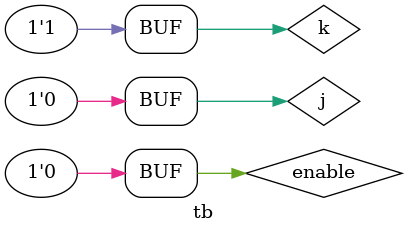
<source format=v>
module tb;
  reg enable, j, k;
  wire q,qn;
  
  jk_latch jk(enable, j, k, q,qn);
  
  initial begin
    $monitor("At time %t: enable=%b, j=%b, k=%b, q=%b, qn=%b",$time,enable,j,k,q,qn);
    enable=0; j=0; k=0; #2;
    enable=0; j=0; k=1; #2;
    enable=1; j=0; k=0; #2;
    enable=1; j=0; k=1; #2;
    enable=1; j=1; k=0; #2;
    enable=1; j=1; k=1; #2;
    enable=0; j=0; k=1; #2;
  end
  initial begin
    $dumpfile("waves.vcd");
    $dumpvars;
  end
endmodule

</source>
